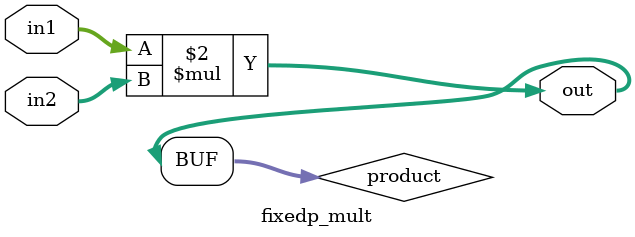
<source format=v>
`timescale 1ns / 1ps


module fixedp_mult #(parameter WI1 = 4, WF1 = 16, WI2 = 4, WF2 = 16, WIO = WI1+WI2, WFO = WF1+WF2)
                    (input signed [WI1+WF1-1:0] in1,
                     input signed [WI2+WF2-1:0] in2,
                     output reg signed [WIO+WFO-1:0] out
                    );

    reg signed [((WI1+WI2)+(WF1+WF2))-1:0] product;
    
    always @* begin
        product = in1 * in2;
        out = product >>> ((WF1 + WF2) - WFO);  //Truncate LSB if output width is smaller than intended
    end



endmodule

</source>
